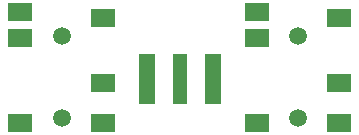
<source format=gbr>
%TF.GenerationSoftware,KiCad,Pcbnew,8.0.0*%
%TF.CreationDate,2024-03-03T15:21:22+01:00*%
%TF.ProjectId,EuroTap,4575726f-5461-4702-9e6b-696361645f70,0v02*%
%TF.SameCoordinates,Original*%
%TF.FileFunction,Soldermask,Top*%
%TF.FilePolarity,Negative*%
%FSLAX46Y46*%
G04 Gerber Fmt 4.6, Leading zero omitted, Abs format (unit mm)*
G04 Created by KiCad (PCBNEW 8.0.0) date 2024-03-03 15:21:22*
%MOMM*%
%LPD*%
G01*
G04 APERTURE LIST*
%ADD10C,1.500000*%
%ADD11R,2.000000X1.500000*%
%ADD12R,1.270000X4.200000*%
%ADD13R,1.350000X4.200000*%
G04 APERTURE END LIST*
D10*
%TO.C,J2*%
X125000000Y-112300000D03*
X125000000Y-105300000D03*
D11*
X128500000Y-112700000D03*
X121500000Y-105500000D03*
X128500000Y-109300000D03*
X121500000Y-112700000D03*
X121500000Y-103300000D03*
X128500000Y-103800000D03*
%TD*%
%TO.C,J1*%
X148500000Y-103800000D03*
X141500000Y-103300000D03*
X141500000Y-112700000D03*
X148500000Y-109300000D03*
X141500000Y-105500000D03*
X148500000Y-112700000D03*
D10*
X145000000Y-105300000D03*
X145000000Y-112300000D03*
%TD*%
D12*
%TO.C,J3*%
X135015000Y-109000000D03*
D13*
X137840000Y-109000000D03*
X132190000Y-109000000D03*
%TD*%
M02*

</source>
